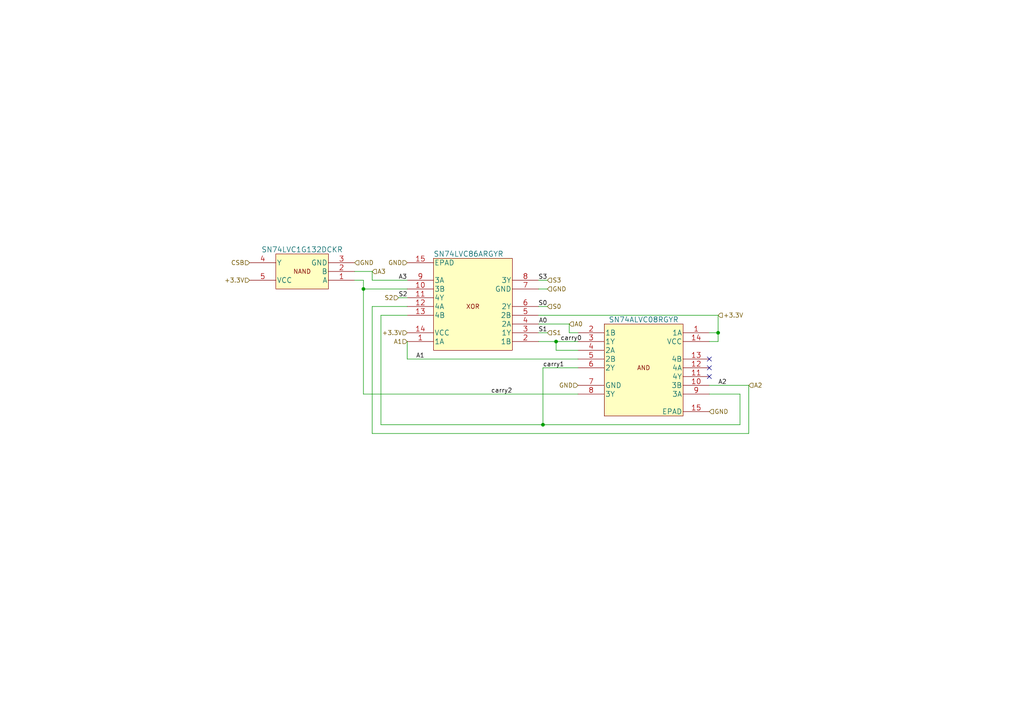
<source format=kicad_sch>
(kicad_sch (version 20230121) (generator eeschema)
  (paper "A4")
  (lib_symbols
    (symbol "00_custom:SN74ALVC08RGYR" (pin_names (offset 0.254))
      (property "Reference" "U" (at 8.89 3.81 0))
      (property "Value" "SN74ALVC08RGYR" (at 17.78 -25.4 0))
      (symbol "SN74ALVC08RGYR_0_0"
        (text "AND" (at 19.05 -10.16 0) (effects (font (size 1.27 1.27))))
      )
      (symbol "SN74ALVC08RGYR_1_1"
        (rectangle (start 7.62 2.54) (end 30.48 -24.13) (fill (type background)))
        (pin input line (at 38.1 0 180) (length 7.62) (name "1A") (number "1"))
        (pin input line (at 38.1 -15.24 180) (length 7.62) (name "3B") (number "10"))
        (pin output line (at 38.1 -12.7 180) (length 7.62) (name "4Y") (number "11"))
        (pin input line (at 38.1 -10.16 180) (length 7.62) (name "4A") (number "12"))
        (pin input line (at 38.1 -7.62 180) (length 7.62) (name "4B") (number "13"))
        (pin power_in line (at 38.1 -2.54 180) (length 7.62) (name "VCC") (number "14"))
        (pin unspecified line (at 38.1 -22.86 180) (length 7.62) (name "EPAD") (number "15"))
        (pin input line (at 0 0 0) (length 7.62) (name "1B") (number "2"))
        (pin output line (at 0 -2.54 0) (length 7.62) (name "1Y") (number "3"))
        (pin input line (at 0 -5.08 0) (length 7.62) (name "2A") (number "4"))
        (pin input line (at 0 -7.62 0) (length 7.62) (name "2B") (number "5"))
        (pin output line (at 0 -10.16 0) (length 7.62) (name "2Y") (number "6"))
        (pin power_in line (at 0 -15.24 0) (length 7.62) (name "GND") (number "7"))
        (pin output line (at 0 -17.78 0) (length 7.62) (name "3Y") (number "8"))
        (pin input line (at 38.1 -17.78 180) (length 7.62) (name "3A") (number "9"))
      )
    )
    (symbol "00_custom:SN74LVC1G132DCKR" (pin_names (offset 0.254))
      (property "Reference" "U" (at 8.89 3.81 0))
      (property "Value" "SN74LVC1G132DCKR" (at 19.05 -10.16 0))
      (symbol "SN74LVC1G132DCKR_0_0"
        (text "NAND" (at 15.24 -2.54 0) (effects (font (size 1.27 1.27))))
      )
      (symbol "SN74LVC1G132DCKR_0_1"
        (rectangle (start 7.62 2.54) (end 22.86 -7.62) (fill (type background)))
      )
      (symbol "SN74LVC1G132DCKR_1_1"
        (pin input line (at 0 0 0) (length 7.62) (name "A") (number "1"))
        (pin input line (at 0 -2.54 0) (length 7.62) (name "B") (number "2"))
        (pin power_in line (at 0 -5.08 0) (length 7.62) (name "GND") (number "3"))
        (pin output line (at 30.48 -5.08 180) (length 7.62) (name "Y") (number "4"))
        (pin power_in line (at 30.48 0 180) (length 7.62) (name "VCC") (number "5"))
      )
    )
    (symbol "00_custom:SN74LVC86ARGYR" (pin_names (offset 0.254))
      (property "Reference" "U" (at 8.89 3.81 0))
      (property "Value" "SN74LVC86ARGYR" (at 17.78 -25.4 0))
      (symbol "SN74LVC86ARGYR_0_0"
        (text "XOR" (at 19.05 -10.16 0) (effects (font (size 1.27 1.27))))
      )
      (symbol "SN74LVC86ARGYR_1_1"
        (rectangle (start 7.62 2.54) (end 30.48 -24.13) (fill (type background)))
        (pin input line (at 38.1 0 180) (length 7.62) (name "1A") (number "1"))
        (pin input line (at 38.1 -15.24 180) (length 7.62) (name "3B") (number "10"))
        (pin output line (at 38.1 -12.7 180) (length 7.62) (name "4Y") (number "11"))
        (pin input line (at 38.1 -10.16 180) (length 7.62) (name "4A") (number "12"))
        (pin input line (at 38.1 -7.62 180) (length 7.62) (name "4B") (number "13"))
        (pin power_in line (at 38.1 -2.54 180) (length 7.62) (name "VCC") (number "14"))
        (pin unspecified line (at 38.1 -22.86 180) (length 7.62) (name "EPAD") (number "15"))
        (pin input line (at 0 0 0) (length 7.62) (name "1B") (number "2"))
        (pin output line (at 0 -2.54 0) (length 7.62) (name "1Y") (number "3"))
        (pin input line (at 0 -5.08 0) (length 7.62) (name "2A") (number "4"))
        (pin input line (at 0 -7.62 0) (length 7.62) (name "2B") (number "5"))
        (pin output line (at 0 -10.16 0) (length 7.62) (name "2Y") (number "6"))
        (pin power_in line (at 0 -15.24 0) (length 7.62) (name "GND") (number "7"))
        (pin output line (at 0 -17.78 0) (length 7.62) (name "3Y") (number "8"))
        (pin input line (at 38.1 -17.78 180) (length 7.62) (name "3A") (number "9"))
      )
    )
  )
  (junction (at 161.29 99.06))
  (junction (at 157.48 123.19))
  (junction (at 208.28 96.52))
  (junction (at 105.41 83.82))
  (no_connect (at 205.74 109.22))
  (no_connect (at 205.74 104.14))
  (no_connect (at 205.74 106.68))
  (wire (pts (xy 102.87 81.28) (xy 105.41 81.28)))
  (wire (pts (xy 217.17 111.76) (xy 217.17 125.73)))
  (wire (pts (xy 105.41 114.3) (xy 167.64 114.3)))
  (wire (pts (xy 156.21 88.9) (xy 158.75 88.9)))
  (wire (pts (xy 107.95 78.74) (xy 107.95 81.28)))
  (wire (pts (xy 205.74 114.3) (xy 214.63 114.3)))
  (wire (pts (xy 161.29 99.06) (xy 156.21 99.06)))
  (wire (pts (xy 115.57 86.36) (xy 118.11 86.36)))
  (wire (pts (xy 205.74 99.06) (xy 208.28 99.06)))
  (wire (pts (xy 105.41 83.82) (xy 118.11 83.82)))
  (wire (pts (xy 118.11 91.44) (xy 110.49 91.44)))
  (wire (pts (xy 157.48 106.68) (xy 167.64 106.68)))
  (wire (pts (xy 167.64 101.6) (xy 161.29 101.6)))
  (wire (pts (xy 102.87 78.74) (xy 107.95 78.74)))
  (wire (pts (xy 208.28 99.06) (xy 208.28 96.52)))
  (wire (pts (xy 110.49 91.44) (xy 110.49 123.19)))
  (wire (pts (xy 214.63 123.19) (xy 214.63 114.3)))
  (wire (pts (xy 107.95 125.73) (xy 107.95 88.9)))
  (wire (pts (xy 158.75 83.82) (xy 156.21 83.82)))
  (wire (pts (xy 161.29 101.6) (xy 161.29 99.06)))
  (wire (pts (xy 157.48 123.19) (xy 214.63 123.19)))
  (wire (pts (xy 105.41 83.82) (xy 105.41 114.3)))
  (wire (pts (xy 105.41 81.28) (xy 105.41 83.82)))
  (wire (pts (xy 110.49 123.19) (xy 157.48 123.19)))
  (wire (pts (xy 156.21 91.44) (xy 208.28 91.44)))
  (wire (pts (xy 156.21 93.98) (xy 165.1 93.98)))
  (wire (pts (xy 208.28 91.44) (xy 208.28 96.52)))
  (wire (pts (xy 118.11 104.14) (xy 167.64 104.14)))
  (wire (pts (xy 161.29 99.06) (xy 167.64 99.06)))
  (wire (pts (xy 118.11 104.14) (xy 118.11 99.06)))
  (wire (pts (xy 165.1 93.98) (xy 165.1 96.52)))
  (wire (pts (xy 156.21 96.52) (xy 158.75 96.52)))
  (wire (pts (xy 157.48 106.68) (xy 157.48 123.19)))
  (wire (pts (xy 107.95 88.9) (xy 118.11 88.9)))
  (wire (pts (xy 205.74 111.76) (xy 217.17 111.76)))
  (wire (pts (xy 156.21 81.28) (xy 158.75 81.28)))
  (wire (pts (xy 205.74 96.52) (xy 208.28 96.52)))
  (wire (pts (xy 165.1 96.52) (xy 167.64 96.52)))
  (wire (pts (xy 217.17 125.73) (xy 107.95 125.73)))
  (wire (pts (xy 107.95 81.28) (xy 118.11 81.28)))
  (label "S1" (at 158.75 96.52 180))
  (label "A1" (at 120.65 104.14 0))
  (label "carry1" (at 157.48 106.68 0))
  (label "S3" (at 158.75 81.28 180))
  (label "carry2" (at 148.59 114.3 180))
  (label "S0" (at 158.75 88.9 180))
  (label "S2" (at 115.57 86.36 0))
  (label "A0" (at 158.75 93.98 180))
  (label "carry0" (at 162.56 99.06 0))
  (label "A3" (at 115.57 81.28 0))
  (label "A2" (at 208.28 111.76 0))
  (hierarchical_label "+3.3V" (shape input) (at 208.28 91.44 0))
  (hierarchical_label "+3.3V" (shape input) (at 118.11 96.52 180))
  (hierarchical_label "GND" (shape input) (at 158.75 83.82 0))
  (hierarchical_label "S2" (shape input) (at 115.57 86.36 180))
  (hierarchical_label "S3" (shape input) (at 158.75 81.28 0))
  (hierarchical_label "S1" (shape input) (at 158.75 96.52 0))
  (hierarchical_label "A2" (shape input) (at 217.17 111.76 0))
  (hierarchical_label "+3.3V" (shape input) (at 72.39 81.28 180))
  (hierarchical_label "A1" (shape input) (at 118.11 99.06 180))
  (hierarchical_label "GND" (shape input) (at 205.74 119.38 0))
  (hierarchical_label "A3" (shape input) (at 107.95 78.74 0))
  (hierarchical_label "S0" (shape input) (at 158.75 88.9 0))
  (hierarchical_label "GND" (shape input) (at 167.64 111.76 180))
  (hierarchical_label "A0" (shape input) (at 165.1 93.98 0))
  (hierarchical_label "GND" (shape input) (at 118.11 76.2 180))
  (hierarchical_label "GND" (shape input) (at 102.87 76.2 0))
  (hierarchical_label "CSB" (shape input) (at 72.39 76.2 180))
  (symbol (lib_id "00_custom:SN74ALVC08RGYR") (at 167.64 96.52 0) (unit 1)
    (property "Reference" "U3" (effects hide))
    (property "Value" "SN74ALVC08RGYR" (at 186.69 92.71 0) (effects (font (size 1.524 1.524))))
    (property "Footprint" "00_custom-footprints:SN74ALVC08RGYR" (effects hide))
    (instances (project "ads1293_logic_add" (path "" (reference "U3") (unit 1)) (path "" (reference "U4") (unit 1))) (project "hc32l110" (path "" (reference "U3") (unit 1))))
  )
  (symbol (lib_id "00_custom:SN74LVC1G132DCKR") (at 102.87 81.28 180) (unit 1)
    (property "Reference" "U2" (effects hide))
    (property "Value" "SN74LVC1G132DCKR" (at 87.63 72.39 0) (effects (font (size 1.524 1.524))))
    (property "Footprint" "00_custom-footprints:SN74LVC1G132DCKR" (effects hide))
    (instances (project "ads1293_logic_add" (path "" (reference "U2") (unit 1)) (path "" (reference "U2") (unit 1))) (project "hc32l110" (path "" (reference "U5") (unit 1))))
  )
  (symbol (lib_id "00_custom:SN74LVC86ARGYR") (at 156.21 99.06 180) (unit 1)
    (property "Reference" "U4" (effects hide))
    (property "Value" "SN74LVC86ARGYR" (at 135.89 73.66 0) (effects (font (size 1.524 1.524))))
    (property "Footprint" "00_custom-footprints:SN74LVC86ARGYR" (effects hide))
    (instances (project "ads1293_logic_add" (path "" (reference "U4") (unit 1)) (path "" (reference "U3") (unit 1))) (project "hc32l110" (path "" (reference "U4") (unit 1))))
  )
)
</source>
